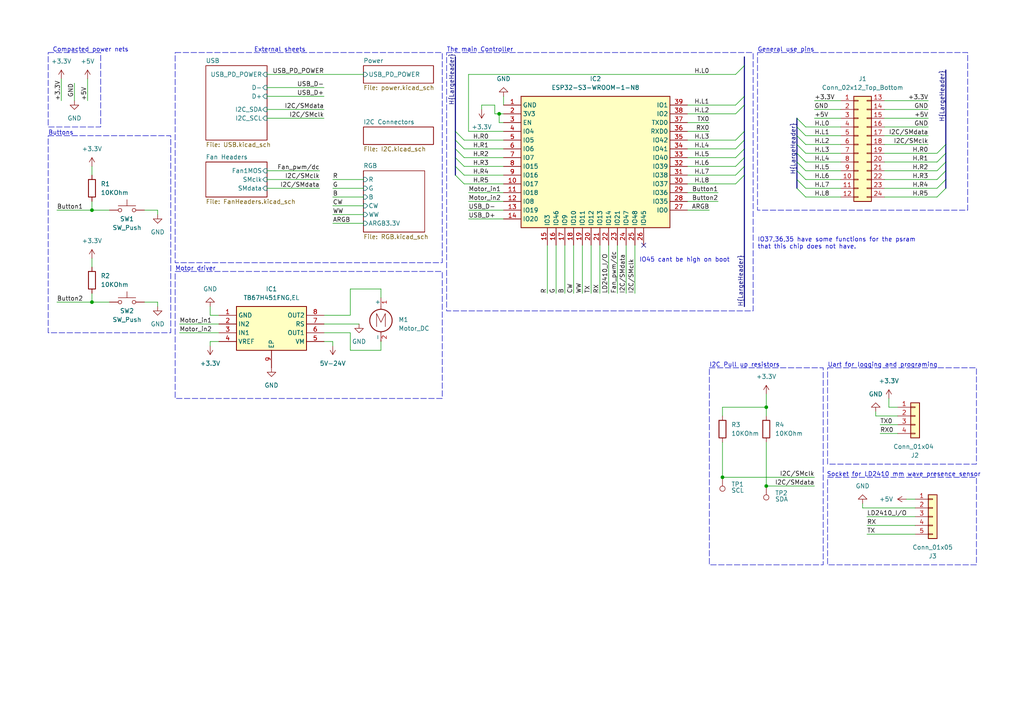
<source format=kicad_sch>
(kicad_sch (version 20230121) (generator eeschema)
  (paper "A4")
  (title_block (title "ESPHome All in One Dev kit"))
  (lib_symbols
    (symbol "ComponentSearch:5V-24V" (power) (pin_names (offset 0))
      (property "Value" "5V-24V" (at 0 3.556 0))
      (symbol "5V-24V_0_1"
        (polyline (pts (xy -0.762 1.27) (xy 0 2.54)))
        (polyline (pts (xy 0 0) (xy 0 2.54)))
        (polyline (pts (xy 0 2.54) (xy 0.762 1.27)))
      )
      (symbol "5V-24V_1_1"
        (pin power_in line (at 0 0 90) (length 0) hide (name "5V-24V") (number "1"))
      )
    )
    (symbol "ComponentSearch:ESP32-S3-WROOM-1-N8"
      (property "Reference" "IC1" (at 16.51 7.62 0))
      (property "Value" "ESP32-S3-WROOM-1-N8" (at 16.51 5.08 0))
      (symbol "ESP32-S3-WROOM-1-N8_1_0"
        (pin passive line (at 0 0 0) (length 2.54) hide (name "GND") (number "40"))
        (pin passive line (at 0 0 0) (length 2.54) hide (name "GND") (number "41"))
        (pin passive line (at 0 0 0) (length 2.54) hide (name "GND") (number "42"))
        (pin passive line (at 0 0 0) (length 2.54) hide (name "GND") (number "43"))
        (pin passive line (at 0 0 0) (length 2.54) hide (name "GND") (number "44"))
        (pin passive line (at 0 0 0) (length 2.54) hide (name "GND") (number "45"))
        (pin passive line (at 0 0 0) (length 2.54) hide (name "GND") (number "46"))
        (pin passive line (at 0 0 0) (length 2.54) hide (name "GND") (number "47"))
        (pin passive line (at 0 0 0) (length 2.54) hide (name "GND") (number "48"))
        (pin passive line (at 0 0 0) (length 2.54) hide (name "GND") (number "49"))
      )
      (symbol "ESP32-S3-WROOM-1-N8_1_1"
        (rectangle (start 5.08 2.54) (end 48.26 -35.56) (stroke (width 0.254)) (fill (type background)))
        (pin power_in line (at 0 0 0) (length 5.08) (name "GND") (number "1"))
        (pin bidirectional line (at 0 -22.86 0) (length 5.08) (name "IO17") (number "10"))
        (pin bidirectional line (at 0 -25.4 0) (length 5.08) (name "IO18") (number "11"))
        (pin bidirectional line (at 0 -27.94 0) (length 5.08) (name "IO8") (number "12"))
        (pin bidirectional line (at 0 -30.48 0) (length 5.08) (name "IO19") (number "13"))
        (pin bidirectional line (at 0 -33.02 0) (length 5.08) (name "IO20") (number "14"))
        (pin bidirectional line (at 12.7 -40.64 90) (length 5.08) (name "IO3") (number "15"))
        (pin bidirectional line (at 15.24 -40.64 90) (length 5.08) (name "IO46") (number "16"))
        (pin bidirectional line (at 17.78 -40.64 90) (length 5.08) (name "IO9") (number "17"))
        (pin bidirectional line (at 20.32 -40.64 90) (length 5.08) (name "IO10") (number "18"))
        (pin bidirectional line (at 22.86 -40.64 90) (length 5.08) (name "IO11") (number "19"))
        (pin power_in line (at 0 -2.54 0) (length 5.08) (name "3V3") (number "2"))
        (pin bidirectional line (at 25.4 -40.64 90) (length 5.08) (name "IO12") (number "20"))
        (pin bidirectional line (at 27.94 -40.64 90) (length 5.08) (name "IO13") (number "21"))
        (pin bidirectional line (at 30.48 -40.64 90) (length 5.08) (name "IO14") (number "22"))
        (pin bidirectional line (at 33.02 -40.64 90) (length 5.08) (name "IO21") (number "23"))
        (pin bidirectional line (at 35.56 -40.64 90) (length 5.08) (name "IO47") (number "24"))
        (pin bidirectional line (at 38.1 -40.64 90) (length 5.08) (name "IO48") (number "25"))
        (pin bidirectional line (at 40.64 -40.64 90) (length 5.08) (name "IO45") (number "26"))
        (pin bidirectional line (at 53.34 -30.48 180) (length 5.08) (name "IO0") (number "27"))
        (pin bidirectional line (at 53.34 -27.94 180) (length 5.08) (name "IO35") (number "28"))
        (pin bidirectional line (at 53.34 -25.4 180) (length 5.08) (name "IO36") (number "29"))
        (pin input line (at 0 -5.08 0) (length 5.08) (name "EN") (number "3"))
        (pin bidirectional line (at 53.34 -22.86 180) (length 5.08) (name "IO37") (number "30"))
        (pin bidirectional line (at 53.34 -20.32 180) (length 5.08) (name "IO38") (number "31"))
        (pin bidirectional line (at 53.34 -17.78 180) (length 5.08) (name "IO39") (number "32"))
        (pin bidirectional line (at 53.34 -15.24 180) (length 5.08) (name "IO40") (number "33"))
        (pin bidirectional line (at 53.34 -12.7 180) (length 5.08) (name "IO41") (number "34"))
        (pin bidirectional line (at 53.34 -10.16 180) (length 5.08) (name "IO42") (number "35"))
        (pin input line (at 53.34 -7.62 180) (length 5.08) (name "RXD0") (number "36"))
        (pin output line (at 53.34 -5.08 180) (length 5.08) (name "TXD0") (number "37"))
        (pin bidirectional line (at 53.34 -2.54 180) (length 5.08) (name "IO2") (number "38"))
        (pin bidirectional line (at 53.34 0 180) (length 5.08) (name "IO1") (number "39"))
        (pin bidirectional line (at 0 -7.62 0) (length 5.08) (name "IO4") (number "4"))
        (pin bidirectional line (at 0 -10.16 0) (length 5.08) (name "IO5") (number "5"))
        (pin bidirectional line (at 0 -12.7 0) (length 5.08) (name "IO6") (number "6"))
        (pin bidirectional line (at 0 -15.24 0) (length 5.08) (name "IO7") (number "7"))
        (pin bidirectional line (at 0 -17.78 0) (length 5.08) (name "IO15") (number "8"))
        (pin bidirectional line (at 0 -20.32 0) (length 5.08) (name "IO16") (number "9"))
      )
    )
    (symbol "ComponentSearch:TB67H451FNG,EL"
      (property "Reference" "IC" (at 26.67 7.62 0))
      (property "Value" "TB67H451FNG,EL" (at 26.67 5.08 0))
      (symbol "TB67H451FNG,EL_1_1"
        (rectangle (start 5.08 2.54) (end 25.4 -10.16) (stroke (width 0.254)) (fill (type background)))
        (pin power_in line (at 0 0 0) (length 5.08) (name "GND") (number "1"))
        (pin input line (at 0 -2.54 0) (length 5.08) (name "IN2") (number "2"))
        (pin input line (at 0 -5.08 0) (length 5.08) (name "IN1") (number "3"))
        (pin input line (at 0 -7.62 0) (length 5.08) (name "VREF") (number "4"))
        (pin power_in line (at 30.48 -7.62 180) (length 5.08) (name "VM") (number "5"))
        (pin output line (at 30.48 -5.08 180) (length 5.08) (name "OUT1") (number "6"))
        (pin passive line (at 30.48 -2.54 180) (length 5.08) (name "RS") (number "7"))
        (pin output line (at 30.48 0 180) (length 5.08) (name "OUT2") (number "8"))
        (pin free line (at 15.24 -15.24 90) (length 5.08) (name "EP") (number "9"))
      )
    )
    (symbol "Connector:TestPoint" (pin_numbers hide) (pin_names (offset 0.762) hide)
      (property "Reference" "TP" (at 0 6.858 0))
      (property "Value" "TestPoint" (at 0 5.08 0))
      (symbol "TestPoint_0_1"
        (circle (center 0 3.302) (radius 0.762))
      )
      (symbol "TestPoint_1_1"
        (pin passive line (at 0 0 90) (length 2.54) (name "1") (number "1"))
      )
    )
    (symbol "Connector_Generic:Conn_01x04" (pin_names (offset 1.016) hide)
      (property "Reference" "J" (at 0 5.08 0))
      (property "Value" "Conn_01x04" (at 0 -7.62 0))
      (symbol "Conn_01x04_1_1"
        (rectangle (start -1.27 -4.953) (end 0 -5.207) (stroke (width 0.1524)))
        (rectangle (start -1.27 -2.413) (end 0 -2.667) (stroke (width 0.1524)))
        (rectangle (start -1.27 0.127) (end 0 -0.127) (stroke (width 0.1524)))
        (rectangle (start -1.27 2.667) (end 0 2.413) (stroke (width 0.1524)))
        (rectangle (start -1.27 3.81) (end 1.27 -6.35) (stroke (width 0.254)) (fill (type background)))
        (pin passive line (at -5.08 2.54 0) (length 3.81) (name "Pin_1") (number "1"))
        (pin passive line (at -5.08 0 0) (length 3.81) (name "Pin_2") (number "2"))
        (pin passive line (at -5.08 -2.54 0) (length 3.81) (name "Pin_3") (number "3"))
        (pin passive line (at -5.08 -5.08 0) (length 3.81) (name "Pin_4") (number "4"))
      )
    )
    (symbol "Connector_Generic:Conn_01x05" (pin_names (offset 1.016) hide)
      (property "Reference" "J" (at 0 7.62 0))
      (property "Value" "Conn_01x05" (at 0 -7.62 0))
      (symbol "Conn_01x05_1_1"
        (rectangle (start -1.27 -4.953) (end 0 -5.207) (stroke (width 0.1524)))
        (rectangle (start -1.27 -2.413) (end 0 -2.667) (stroke (width 0.1524)))
        (rectangle (start -1.27 0.127) (end 0 -0.127) (stroke (width 0.1524)))
        (rectangle (start -1.27 2.667) (end 0 2.413) (stroke (width 0.1524)))
        (rectangle (start -1.27 5.207) (end 0 4.953) (stroke (width 0.1524)))
        (rectangle (start -1.27 6.35) (end 1.27 -6.35) (stroke (width 0.254)) (fill (type background)))
        (pin passive line (at -5.08 5.08 0) (length 3.81) (name "Pin_1") (number "1"))
        (pin passive line (at -5.08 2.54 0) (length 3.81) (name "Pin_2") (number "2"))
        (pin passive line (at -5.08 0 0) (length 3.81) (name "Pin_3") (number "3"))
        (pin passive line (at -5.08 -2.54 0) (length 3.81) (name "Pin_4") (number "4"))
        (pin passive line (at -5.08 -5.08 0) (length 3.81) (name "Pin_5") (number "5"))
      )
    )
    (symbol "Connector_Generic:Conn_02x12_Top_Bottom" (pin_names (offset 1.016) hide)
      (property "Reference" "J" (at 1.27 15.24 0))
      (property "Value" "Conn_02x12_Top_Bottom" (at 1.27 -17.78 0))
      (symbol "Conn_02x12_Top_Bottom_1_1"
        (rectangle (start -1.27 -15.113) (end 0 -15.367) (stroke (width 0.1524)))
        (rectangle (start -1.27 -12.573) (end 0 -12.827) (stroke (width 0.1524)))
        (rectangle (start -1.27 -10.033) (end 0 -10.287) (stroke (width 0.1524)))
        (rectangle (start -1.27 -7.493) (end 0 -7.747) (stroke (width 0.1524)))
        (rectangle (start -1.27 -4.953) (end 0 -5.207) (stroke (width 0.1524)))
        (rectangle (start -1.27 -2.413) (end 0 -2.667) (stroke (width 0.1524)))
        (rectangle (start -1.27 0.127) (end 0 -0.127) (stroke (width 0.1524)))
        (rectangle (start -1.27 2.667) (end 0 2.413) (stroke (width 0.1524)))
        (rectangle (start -1.27 5.207) (end 0 4.953) (stroke (width 0.1524)))
        (rectangle (start -1.27 7.747) (end 0 7.493) (stroke (width 0.1524)))
        (rectangle (start -1.27 10.287) (end 0 10.033) (stroke (width 0.1524)))
        (rectangle (start -1.27 12.827) (end 0 12.573) (stroke (width 0.1524)))
        (rectangle (start -1.27 13.97) (end 3.81 -16.51) (stroke (width 0.254)) (fill (type background)))
        (rectangle (start 3.81 -15.113) (end 2.54 -15.367) (stroke (width 0.1524)))
        (rectangle (start 3.81 -12.573) (end 2.54 -12.827) (stroke (width 0.1524)))
        (rectangle (start 3.81 -10.033) (end 2.54 -10.287) (stroke (width 0.1524)))
        (rectangle (start 3.81 -7.493) (end 2.54 -7.747) (stroke (width 0.1524)))
        (rectangle (start 3.81 -4.953) (end 2.54 -5.207) (stroke (width 0.1524)))
        (rectangle (start 3.81 -2.413) (end 2.54 -2.667) (stroke (width 0.1524)))
        (rectangle (start 3.81 0.127) (end 2.54 -0.127) (stroke (width 0.1524)))
        (rectangle (start 3.81 2.667) (end 2.54 2.413) (stroke (width 0.1524)))
        (rectangle (start 3.81 5.207) (end 2.54 4.953) (stroke (width 0.1524)))
        (rectangle (start 3.81 7.747) (end 2.54 7.493) (stroke (width 0.1524)))
        (rectangle (start 3.81 10.287) (end 2.54 10.033) (stroke (width 0.1524)))
        (rectangle (start 3.81 12.827) (end 2.54 12.573) (stroke (width 0.1524)))
        (pin passive line (at -5.08 12.7 0) (length 3.81) (name "Pin_1") (number "1"))
        (pin passive line (at -5.08 -10.16 0) (length 3.81) (name "Pin_10") (number "10"))
        (pin passive line (at -5.08 -12.7 0) (length 3.81) (name "Pin_11") (number "11"))
        (pin passive line (at -5.08 -15.24 0) (length 3.81) (name "Pin_12") (number "12"))
        (pin passive line (at 7.62 12.7 180) (length 3.81) (name "Pin_13") (number "13"))
        (pin passive line (at 7.62 10.16 180) (length 3.81) (name "Pin_14") (number "14"))
        (pin passive line (at 7.62 7.62 180) (length 3.81) (name "Pin_15") (number "15"))
        (pin passive line (at 7.62 5.08 180) (length 3.81) (name "Pin_16") (number "16"))
        (pin passive line (at 7.62 2.54 180) (length 3.81) (name "Pin_17") (number "17"))
        (pin passive line (at 7.62 0 180) (length 3.81) (name "Pin_18") (number "18"))
        (pin passive line (at 7.62 -2.54 180) (length 3.81) (name "Pin_19") (number "19"))
        (pin passive line (at -5.08 10.16 0) (length 3.81) (name "Pin_2") (number "2"))
        (pin passive line (at 7.62 -5.08 180) (length 3.81) (name "Pin_20") (number "20"))
        (pin passive line (at 7.62 -7.62 180) (length 3.81) (name "Pin_21") (number "21"))
        (pin passive line (at 7.62 -10.16 180) (length 3.81) (name "Pin_22") (number "22"))
        (pin passive line (at 7.62 -12.7 180) (length 3.81) (name "Pin_23") (number "23"))
        (pin passive line (at 7.62 -15.24 180) (length 3.81) (name "Pin_24") (number "24"))
        (pin passive line (at -5.08 7.62 0) (length 3.81) (name "Pin_3") (number "3"))
        (pin passive line (at -5.08 5.08 0) (length 3.81) (name "Pin_4") (number "4"))
        (pin passive line (at -5.08 2.54 0) (length 3.81) (name "Pin_5") (number "5"))
        (pin passive line (at -5.08 0 0) (length 3.81) (name "Pin_6") (number "6"))
        (pin passive line (at -5.08 -2.54 0) (length 3.81) (name "Pin_7") (number "7"))
        (pin passive line (at -5.08 -5.08 0) (length 3.81) (name "Pin_8") (number "8"))
        (pin passive line (at -5.08 -7.62 0) (length 3.81) (name "Pin_9") (number "9"))
      )
    )
    (symbol "Device:R" (pin_numbers hide) (pin_names (offset 0))
      (property "Reference" "R" (at 2.032 0 90))
      (property "Value" "R" (at 0 0 90))
      (symbol "R_0_1"
        (rectangle (start -1.016 -2.54) (end 1.016 2.54) (stroke (width 0.254)))
      )
      (symbol "R_1_1"
        (pin passive line (at 0 3.81 270) (length 1.27) (name "~") (number "1"))
        (pin passive line (at 0 -3.81 90) (length 1.27) (name "~") (number "2"))
      )
    )
    (symbol "Motor:Motor_DC" (pin_names (offset 0))
      (property "Reference" "M" (at 2.54 2.54 0))
      (property "Value" "Motor_DC" (at 2.54 -5.08 0))
      (symbol "Motor_DC_0_0"
        (polyline (pts (xy -1.27 -3.302) (xy -1.27 0.508) (xy 0 -2.032) (xy 1.27 0.508) (xy 1.27 -3.302)))
      )
      (symbol "Motor_DC_0_1"
        (circle (center 0 -1.524) (radius 3.2512) (stroke (width 0.254)))
        (polyline (pts (xy 0 -7.62) (xy 0 -7.112)))
        (polyline (pts (xy 0 -4.7752) (xy 0 -5.1816)))
        (polyline (pts (xy 0 1.7272) (xy 0 2.0828)))
        (polyline (pts (xy 0 2.032) (xy 0 2.54)))
      )
      (symbol "Motor_DC_1_1"
        (pin passive line (at 0 5.08 270) (length 2.54) (name "+") (number "1"))
        (pin passive line (at 0 -7.62 90) (length 2.54) (name "-") (number "2"))
      )
    )
    (symbol "Switch:SW_Push" (pin_numbers hide) (pin_names (offset 1.016) hide)
      (property "Reference" "SW" (at 1.27 2.54 0))
      (property "Value" "SW_Push" (at 0 -1.524 0))
      (symbol "SW_Push_0_1"
        (circle (center -2.032 0) (radius 0.508))
        (polyline (pts (xy 0 1.27) (xy 0 3.048)))
        (polyline (pts (xy 2.54 1.27) (xy -2.54 1.27)))
        (circle (center 2.032 0) (radius 0.508))
        (pin passive line (at -5.08 0 0) (length 2.54) (name "1") (number "1"))
        (pin passive line (at 5.08 0 180) (length 2.54) (name "2") (number "2"))
      )
    )
    (symbol "power:+3.3V" (power) (pin_names (offset 0))
      (property "Value" "+3.3V" (at 0 3.556 0))
      (symbol "+3.3V_0_1"
        (polyline (pts (xy -0.762 1.27) (xy 0 2.54)))
        (polyline (pts (xy 0 0) (xy 0 2.54)))
        (polyline (pts (xy 0 2.54) (xy 0.762 1.27)))
      )
      (symbol "+3.3V_1_1"
        (pin power_in line (at 0 0 90) (length 0) hide (name "+3.3V") (number "1"))
      )
    )
    (symbol "power:+5V" (power) (pin_names (offset 0))
      (property "Value" "+5V" (at 0 3.556 0))
      (symbol "+5V_0_1"
        (polyline (pts (xy -0.762 1.27) (xy 0 2.54)))
        (polyline (pts (xy 0 0) (xy 0 2.54)))
        (polyline (pts (xy 0 2.54) (xy 0.762 1.27)))
      )
      (symbol "+5V_1_1"
        (pin power_in line (at 0 0 90) (length 0) hide (name "+5V") (number "1"))
      )
    )
    (symbol "power:GND" (power) (pin_names (offset 0))
      (property "Value" "GND" (at 0 -3.81 0))
      (symbol "GND_0_1"
        (polyline (pts (xy 0 0) (xy 0 -1.27) (xy 1.27 -1.27) (xy 0 -2.54) (xy -1.27 -1.27) (xy 0 -1.27)))
      )
      (symbol "GND_1_1"
        (pin power_in line (at 0 0 270) (length 0) hide (name "GND") (number "1"))
      )
    )
  )
  (bus_alias "LargeHeader" (members "L0" "L1" "L2" "L3" "L4" "L5" "L6" "L7" "L8" "L9" "R0" "R1" "R2" "R3" "R4" "R5" "R6" "R7"))
  (junction (at 26.67 87.63))
  (junction (at 222.25 140.97))
  (junction (at 144.78 33.02))
  (junction (at 26.67 60.96))
  (junction (at 222.25 118.11))
  (junction (at 209.55 138.43))
  (no_connect (at 186.69 71.12))
  (bus_entry (at 231.14 44.45) (size 2.54 2.54))
  (bus_entry (at 132.08 48.26) (size 2.54 2.54))
  (bus_entry (at 132.08 45.72) (size 2.54 2.54))
  (bus_entry (at 215.9 19.05) (size -2.54 2.54))
  (bus_entry (at 231.14 41.91) (size 2.54 2.54))
  (bus_entry (at 274.32 41.91) (size -2.54 2.54))
  (bus_entry (at 215.9 30.48) (size -2.54 2.54))
  (bus_entry (at 215.9 43.18) (size -2.54 2.54))
  (bus_entry (at 215.9 48.26) (size -2.54 2.54))
  (bus_entry (at 231.14 34.29) (size 2.54 2.54))
  (bus_entry (at 274.32 52.07) (size -2.54 2.54))
  (bus_entry (at 231.14 36.83) (size 2.54 2.54))
  (bus_entry (at 231.14 54.61) (size 2.54 2.54))
  (bus_entry (at 215.9 38.1) (size -2.54 2.54))
  (bus_entry (at 231.14 52.07) (size 2.54 2.54))
  (bus_entry (at 274.32 44.45) (size -2.54 2.54))
  (bus_entry (at 132.08 40.64) (size 2.54 2.54))
  (bus_entry (at 132.08 50.8) (size 2.54 2.54))
  (bus_entry (at 215.9 27.94) (size -2.54 2.54))
  (bus_entry (at 132.08 38.1) (size 2.54 2.54))
  (bus_entry (at 215.9 45.72) (size -2.54 2.54))
  (bus_entry (at 274.32 54.61) (size -2.54 2.54))
  (bus_entry (at 215.9 40.64) (size -2.54 2.54))
  (bus_entry (at 274.32 46.99) (size -2.54 2.54))
  (bus_entry (at 231.14 46.99) (size 2.54 2.54))
  (bus_entry (at 274.32 49.53) (size -2.54 2.54))
  (bus_entry (at 231.14 39.37) (size 2.54 2.54))
  (bus_entry (at 132.08 43.18) (size 2.54 2.54))
  (bus_entry (at 215.9 50.8) (size -2.54 2.54))
  (bus_entry (at 231.14 49.53) (size 2.54 2.54))
  (wire (pts (xy 168.91 71.12) (xy 168.91 85.09)))
  (bus (pts (xy 274.32 46.99) (xy 274.32 49.53)))
  (wire (pts (xy 52.07 93.98) (xy 63.5 93.98)))
  (wire (pts (xy 205.74 35.56) (xy 199.39 35.56)))
  (wire (pts (xy 233.68 36.83) (xy 243.84 36.83)))
  (wire (pts (xy 199.39 58.42) (xy 208.28 58.42)))
  (bus (pts (xy 215.9 19.05) (xy 215.9 27.94)))
  (wire (pts (xy 139.7 30.48) (xy 143.51 30.48)))
  (bus (pts (xy 215.9 50.8) (xy 215.9 88.9)))
  (wire (pts (xy 60.96 99.06) (xy 63.5 99.06)))
  (wire (pts (xy 158.75 71.12) (xy 158.75 85.09)))
  (wire (pts (xy 143.51 30.48) (xy 143.51 33.02)))
  (wire (pts (xy 31.75 87.63) (xy 26.67 87.63)))
  (bus (pts (xy 132.08 40.64) (xy 132.08 43.18)))
  (bus (pts (xy 274.32 49.53) (xy 274.32 52.07)))
  (wire (pts (xy 77.47 34.29) (xy 93.98 34.29)))
  (wire (pts (xy 93.98 91.44) (xy 101.6 91.44)))
  (wire (pts (xy 199.39 60.96) (xy 205.74 60.96)))
  (wire (pts (xy 179.07 71.12) (xy 179.07 85.09)))
  (wire (pts (xy 256.54 57.15) (xy 271.78 57.15)))
  (bus (pts (xy 274.32 41.91) (xy 274.32 44.45)))
  (bus (pts (xy 215.9 43.18) (xy 215.9 45.72)))
  (wire (pts (xy 146.05 27.94) (xy 146.05 30.48)))
  (wire (pts (xy 199.39 48.26) (xy 213.36 48.26)))
  (wire (pts (xy 265.43 152.4) (xy 251.46 152.4)))
  (wire (pts (xy 256.54 54.61) (xy 271.78 54.61)))
  (bus (pts (xy 132.08 38.1) (xy 132.08 40.64)))
  (wire (pts (xy 256.54 36.83) (xy 269.24 36.83)))
  (wire (pts (xy 257.81 118.11) (xy 260.35 118.11)))
  (wire (pts (xy 233.68 46.99) (xy 243.84 46.99)))
  (bus (pts (xy 132.08 43.18) (xy 132.08 45.72)))
  (wire (pts (xy 163.83 71.12) (xy 163.83 85.09)))
  (wire (pts (xy 52.07 96.52) (xy 63.5 96.52)))
  (wire (pts (xy 77.47 31.75) (xy 93.98 31.75)))
  (wire (pts (xy 45.72 87.63) (xy 45.72 88.9)))
  (bus (pts (xy 215.9 40.64) (xy 215.9 43.18)))
  (wire (pts (xy 135.89 55.88) (xy 146.05 55.88)))
  (wire (pts (xy 17.78 22.86) (xy 17.78 29.21)))
  (wire (pts (xy 31.75 60.96) (xy 26.67 60.96)))
  (bus (pts (xy 231.14 49.53) (xy 231.14 52.07)))
  (wire (pts (xy 101.6 101.6) (xy 110.49 101.6)))
  (wire (pts (xy 105.41 62.23) (xy 96.52 62.23)))
  (wire (pts (xy 143.51 33.02) (xy 144.78 33.02)))
  (wire (pts (xy 209.55 138.43) (xy 209.55 128.27)))
  (wire (pts (xy 135.89 38.1) (xy 135.89 21.59)))
  (wire (pts (xy 222.25 114.3) (xy 222.25 118.11)))
  (wire (pts (xy 166.37 71.12) (xy 166.37 85.09)))
  (wire (pts (xy 96.52 99.06) (xy 96.52 100.33)))
  (wire (pts (xy 105.41 54.61) (xy 96.52 54.61)))
  (wire (pts (xy 255.27 123.19) (xy 260.35 123.19)))
  (wire (pts (xy 254 120.65) (xy 260.35 120.65)))
  (wire (pts (xy 139.7 31.75) (xy 139.7 30.48)))
  (bus (pts (xy 231.14 41.91) (xy 231.14 44.45)))
  (bus (pts (xy 231.14 52.07) (xy 231.14 54.61)))
  (bus (pts (xy 274.32 52.07) (xy 274.32 54.61)))
  (wire (pts (xy 256.54 46.99) (xy 271.78 46.99)))
  (wire (pts (xy 60.96 100.33) (xy 60.96 99.06)))
  (wire (pts (xy 256.54 31.75) (xy 269.24 31.75)))
  (bus (pts (xy 231.14 39.37) (xy 231.14 41.91)))
  (wire (pts (xy 135.89 63.5) (xy 146.05 63.5)))
  (wire (pts (xy 45.72 60.96) (xy 45.72 62.23)))
  (wire (pts (xy 199.39 40.64) (xy 213.36 40.64)))
  (wire (pts (xy 255.27 125.73) (xy 260.35 125.73)))
  (wire (pts (xy 265.43 154.94) (xy 251.46 154.94)))
  (bus (pts (xy 215.9 27.94) (xy 215.9 30.48)))
  (wire (pts (xy 21.59 24.13) (xy 21.59 29.21)))
  (wire (pts (xy 146.05 35.56) (xy 144.78 35.56)))
  (wire (pts (xy 233.68 44.45) (xy 243.84 44.45)))
  (wire (pts (xy 105.41 59.69) (xy 96.52 59.69)))
  (wire (pts (xy 256.54 52.07) (xy 271.78 52.07)))
  (wire (pts (xy 233.68 49.53) (xy 243.84 49.53)))
  (wire (pts (xy 236.22 34.29) (xy 243.84 34.29)))
  (wire (pts (xy 26.67 60.96) (xy 26.67 58.42)))
  (wire (pts (xy 41.91 87.63) (xy 45.72 87.63)))
  (bus (pts (xy 215.9 45.72) (xy 215.9 48.26)))
  (wire (pts (xy 101.6 91.44) (xy 101.6 83.82)))
  (wire (pts (xy 135.89 58.42) (xy 146.05 58.42)))
  (wire (pts (xy 209.55 120.65) (xy 209.55 118.11)))
  (wire (pts (xy 233.68 39.37) (xy 243.84 39.37)))
  (wire (pts (xy 199.39 50.8) (xy 213.36 50.8)))
  (bus (pts (xy 215.9 16.51) (xy 215.9 19.05)))
  (wire (pts (xy 60.96 88.9) (xy 60.96 91.44)))
  (wire (pts (xy 233.68 57.15) (xy 243.84 57.15)))
  (bus (pts (xy 132.08 45.72) (xy 132.08 48.26)))
  (wire (pts (xy 110.49 83.82) (xy 110.49 86.36)))
  (wire (pts (xy 173.99 71.12) (xy 173.99 85.09)))
  (wire (pts (xy 176.53 71.12) (xy 176.53 85.09)))
  (bus (pts (xy 231.14 36.83) (xy 231.14 39.37)))
  (wire (pts (xy 26.67 74.93) (xy 26.67 77.47)))
  (wire (pts (xy 269.24 34.29) (xy 256.54 34.29)))
  (wire (pts (xy 60.96 91.44) (xy 63.5 91.44)))
  (wire (pts (xy 110.49 101.6) (xy 110.49 99.06)))
  (bus (pts (xy 231.14 34.29) (xy 231.14 36.83)))
  (wire (pts (xy 105.41 52.07) (xy 96.52 52.07)))
  (wire (pts (xy 77.47 54.61) (xy 92.71 54.61)))
  (bus (pts (xy 231.14 44.45) (xy 231.14 46.99)))
  (wire (pts (xy 26.67 48.26) (xy 26.67 50.8)))
  (wire (pts (xy 93.98 93.98) (xy 104.14 93.98)))
  (bus (pts (xy 215.9 38.1) (xy 215.9 40.64)))
  (wire (pts (xy 256.54 44.45) (xy 271.78 44.45)))
  (wire (pts (xy 256.54 29.21) (xy 269.24 29.21)))
  (wire (pts (xy 265.43 147.32) (xy 250.19 147.32)))
  (wire (pts (xy 199.39 43.18) (xy 213.36 43.18)))
  (wire (pts (xy 256.54 39.37) (xy 269.24 39.37)))
  (wire (pts (xy 184.15 71.12) (xy 184.15 85.09)))
  (wire (pts (xy 233.68 41.91) (xy 243.84 41.91)))
  (wire (pts (xy 134.62 48.26) (xy 146.05 48.26)))
  (wire (pts (xy 250.19 147.32) (xy 250.19 146.05)))
  (wire (pts (xy 77.47 49.53) (xy 92.71 49.53)))
  (wire (pts (xy 144.78 35.56) (xy 144.78 33.02)))
  (wire (pts (xy 77.47 27.94) (xy 93.98 27.94)))
  (wire (pts (xy 236.22 29.21) (xy 243.84 29.21)))
  (wire (pts (xy 25.4 22.86) (xy 25.4 29.21)))
  (wire (pts (xy 256.54 49.53) (xy 271.78 49.53)))
  (wire (pts (xy 41.91 60.96) (xy 45.72 60.96)))
  (wire (pts (xy 205.74 38.1) (xy 199.39 38.1)))
  (wire (pts (xy 199.39 53.34) (xy 213.36 53.34)))
  (wire (pts (xy 77.47 52.07) (xy 92.71 52.07)))
  (wire (pts (xy 105.41 57.15) (xy 96.52 57.15)))
  (wire (pts (xy 209.55 138.43) (xy 236.22 138.43)))
  (wire (pts (xy 199.39 55.88) (xy 208.28 55.88)))
  (wire (pts (xy 16.51 60.96) (xy 26.67 60.96)))
  (wire (pts (xy 233.68 52.07) (xy 243.84 52.07)))
  (wire (pts (xy 265.43 149.86) (xy 251.46 149.86)))
  (wire (pts (xy 233.68 54.61) (xy 243.84 54.61)))
  (wire (pts (xy 254 120.65) (xy 254 119.38)))
  (wire (pts (xy 256.54 41.91) (xy 269.24 41.91)))
  (wire (pts (xy 93.98 99.06) (xy 96.52 99.06)))
  (wire (pts (xy 16.51 87.63) (xy 26.67 87.63)))
  (bus (pts (xy 132.08 16.51) (xy 132.08 38.1)))
  (wire (pts (xy 134.62 50.8) (xy 146.05 50.8)))
  (wire (pts (xy 134.62 53.34) (xy 146.05 53.34)))
  (wire (pts (xy 135.89 21.59) (xy 213.36 21.59)))
  (wire (pts (xy 135.89 60.96) (xy 146.05 60.96)))
  (wire (pts (xy 134.62 40.64) (xy 146.05 40.64)))
  (wire (pts (xy 257.81 118.11) (xy 257.81 115.57)))
  (wire (pts (xy 199.39 33.02) (xy 213.36 33.02)))
  (wire (pts (xy 265.43 144.78) (xy 262.89 144.78)))
  (wire (pts (xy 222.25 140.97) (xy 222.25 128.27)))
  (bus (pts (xy 231.14 46.99) (xy 231.14 49.53)))
  (wire (pts (xy 144.78 33.02) (xy 146.05 33.02)))
  (wire (pts (xy 209.55 118.11) (xy 222.25 118.11)))
  (wire (pts (xy 171.45 71.12) (xy 171.45 85.09)))
  (bus (pts (xy 132.08 48.26) (xy 132.08 50.8)))
  (wire (pts (xy 134.62 43.18) (xy 146.05 43.18)))
  (wire (pts (xy 181.61 71.12) (xy 181.61 85.09)))
  (wire (pts (xy 134.62 45.72) (xy 146.05 45.72)))
  (wire (pts (xy 161.29 71.12) (xy 161.29 85.09)))
  (wire (pts (xy 101.6 96.52) (xy 101.6 101.6)))
  (bus (pts (xy 274.32 20.32) (xy 274.32 41.91)))
  (wire (pts (xy 26.67 87.63) (xy 26.67 85.09)))
  (wire (pts (xy 199.39 45.72) (xy 213.36 45.72)))
  (wire (pts (xy 199.39 30.48) (xy 213.36 30.48)))
  (wire (pts (xy 222.25 118.11) (xy 222.25 120.65)))
  (wire (pts (xy 222.25 140.97) (xy 236.22 140.97)))
  (wire (pts (xy 77.47 21.59) (xy 105.41 21.59)))
  (bus (pts (xy 215.9 30.48) (xy 215.9 38.1)))
  (bus (pts (xy 215.9 48.26) (xy 215.9 50.8)))
  (wire (pts (xy 93.98 96.52) (xy 101.6 96.52)))
  (wire (pts (xy 105.41 64.77) (xy 96.52 64.77)))
  (wire (pts (xy 135.89 38.1) (xy 146.05 38.1)))
  (wire (pts (xy 77.47 25.4) (xy 93.98 25.4)))
  (bus (pts (xy 274.32 44.45) (xy 274.32 46.99)))
  (wire (pts (xy 236.22 31.75) (xy 243.84 31.75)))
  (wire (pts (xy 101.6 83.82) (xy 110.49 83.82)))
  (rectangle (start 129.54 15.24) (end 218.44 90.17) (stroke (width 0) (type dash)))
  (rectangle (start 13.97 15.24) (end 29.21 36.83) (stroke (width 0) (type dash)))
  (rectangle (start 13.97 39.37) (end 49.53 96.52) (stroke (width 0) (type dash)))
  (rectangle (start 240.03 106.68) (end 283.21 134.62) (stroke (width 0) (type dash)))
  (rectangle (start 219.71 15.24) (end 280.67 60.96) (stroke (width 0) (type dash)))
  (rectangle (start 50.8 78.74) (end 128.27 115.57) (stroke (width 0) (type dash)))
  (rectangle (start 240.03 138.43) (end 283.21 163.83) (stroke (width 0) (type dash)))
  (rectangle (start 205.74 106.68) (end 238.76 163.83) (stroke (width 0) (type dash)))
  (rectangle (start 50.8 15.24) (end 128.27 76.2) (stroke (width 0) (type dash)))
  (text "Compacted power nets" (at 15.24 15.24 0) (effects (font (size 1.27 1.27)) (justify left bottom)))
  (text "External sheets" (at 73.66 15.24 0) (effects (font (size 1.27 1.27)) (justify left bottom)))
  (text "Socket for LD2410 mm wave presence sensor" (at 284.48 138.43 0) (effects (font (size 1.27 1.27)) (justify right bottom)))
  (text "General use pins" (at 219.71 15.24 0) (effects (font (size 1.27 1.27)) (justify left bottom)))
  (text "IO45 cant be high on boot" (at 185.42 76.2 0) (effects (font (size 1.27 1.27)) (justify left bottom)))
  (text "The main Controller" (at 129.54 15.24 0) (effects (font (size 1.27 1.27)) (justify left bottom)))
  (text "Uart for logging and programing" (at 240.03 106.68 0) (effects (font (size 1.27 1.27)) (justify left bottom)))
  (text "I2C Pull up resistors" (at 205.74 106.68 0) (effects (font (size 1.27 1.27)) (justify left bottom)))
  (text "IO37,36,35 have some functions for the psram \nthat this chip does not have." (at 219.71 72.39 0) (effects (font (size 1.27 1.27)) (justify left bottom)))
  (text "Buttons" (at 13.97 39.37 0) (effects (font (size 1.27 1.27)) (justify left bottom)))
  (text "Motor driver" (at 50.8 78.74 0) (effects (font (size 1.27 1.27)) (justify left bottom)))
  (label "H{LargeHeader}" (at 231.14 35.56 270))
  (label "USB_D+" (at 93.98 27.94 180))
  (label "Button2" (at 208.28 58.42 180))
  (label "H.L8" (at 205.74 53.34 180))
  (label "I2C{slash}SMclk" (at 92.71 52.07 180))
  (label "Motor_in2" (at 52.07 96.52 0))
  (label "H.L4" (at 205.74 43.18 180))
  (label "+3.3V" (at 17.78 29.21 90))
  (label "H.L3" (at 205.74 40.64 180))
  (label "+3.3V" (at 236.22 29.21 0))
  (label "RX0" (at 205.74 38.1 180))
  (label "H.R3" (at 137.16 48.26 0))
  (label "Button1" (at 16.51 60.96 0))
  (label "USB_D-" (at 93.98 25.4 180))
  (label "ARGB" (at 205.74 60.96 180))
  (label "WW" (at 168.91 85.09 90))
  (label "H.L6" (at 236.22 52.07 0))
  (label "Fan_pwm{slash}dc" (at 179.07 85.09 90))
  (label "H.R2" (at 269.24 49.53 180))
  (label "Motor_in2" (at 135.89 58.42 0))
  (label "H.R5" (at 137.16 53.34 0))
  (label "I2C{slash}SMdata" (at 93.98 31.75 180))
  (label "+5V" (at 236.22 34.29 0))
  (label "H.R4" (at 269.24 54.61 180))
  (label "+5V" (at 269.24 34.29 180))
  (label "H{LargeHeader}" (at 274.32 20.32 270))
  (label "H.L0" (at 236.22 36.83 0))
  (label "H.L7" (at 236.22 54.61 0))
  (label "H{LargeHeader}" (at 132.08 30.48 90))
  (label "USB_D+" (at 135.89 63.5 0))
  (label "GND" (at 236.22 31.75 0))
  (label "Motor_in1" (at 52.07 93.98 0))
  (label "H.R0" (at 269.24 44.45 180))
  (label "TX" (at 251.46 154.94 0))
  (label "H.L1" (at 236.22 39.37 0))
  (label "Button2" (at 16.51 87.63 0))
  (label "GND" (at 269.24 31.75 180))
  (label "LD2410_I{slash}O" (at 251.46 149.86 0))
  (label "H.R3" (at 269.24 52.07 180))
  (label "+5V" (at 25.4 29.21 90))
  (label "Motor_in1" (at 135.89 55.88 0))
  (label "H.R4" (at 137.16 50.8 0))
  (label "TX" (at 171.45 85.09 90))
  (label "H.R5" (at 269.24 57.15 180))
  (label "CW" (at 96.52 59.69 0))
  (label "CW" (at 166.37 85.09 90))
  (label "RX0" (at 255.27 125.73 0))
  (label "TX0" (at 255.27 123.19 0))
  (label "I2C{slash}SMclk" (at 269.24 41.91 180))
  (label "H.L0" (at 205.74 21.59 180))
  (label "H.L5" (at 205.74 45.72 180))
  (label "GND" (at 21.59 24.13 270))
  (label "H.R2" (at 137.16 45.72 0))
  (label "TX0" (at 205.74 35.56 180))
  (label "H.R0" (at 137.16 40.64 0))
  (label "G" (at 96.52 54.61 0))
  (label "I2C{slash}SMclk" (at 236.22 138.43 180))
  (label "H.R1" (at 269.24 46.99 180))
  (label "Button1" (at 208.28 55.88 180))
  (label "LD2410_I{slash}O" (at 176.53 85.09 90))
  (label "USB_D-" (at 135.89 60.96 0))
  (label "H.L4" (at 236.22 46.99 0))
  (label "I2C{slash}SMdata" (at 269.24 39.37 180))
  (label "G" (at 161.29 85.09 90))
  (label "I2C{slash}SMdata" (at 92.71 54.61 180))
  (label "H.L7" (at 205.74 50.8 180))
  (label "H.R1" (at 137.16 43.18 0))
  (label "H.L2" (at 236.22 41.91 0))
  (label "B" (at 96.52 57.15 0))
  (label "I2C{slash}SMclk" (at 184.15 85.09 90))
  (label "I2C{slash}SMdata" (at 236.22 140.97 180))
  (label "Fan_pwm{slash}dc" (at 92.71 49.53 180))
  (label "H.L6" (at 205.74 48.26 180))
  (label "GND" (at 269.24 36.83 180))
  (label "R" (at 158.75 85.09 90))
  (label "I2C{slash}SMclk" (at 93.98 34.29 180))
  (label "H.L2" (at 205.74 33.02 180))
  (label "H.L1" (at 205.74 30.48 180))
  (label "B" (at 163.83 85.09 90))
  (label "ARGB" (at 96.52 64.77 0))
  (label "H.L5" (at 236.22 49.53 0))
  (label "RX" (at 251.46 152.4 0))
  (label "H{LargeHeader}" (at 215.9 88.9 90))
  (label "+3.3V" (at 269.24 29.21 180))
  (label "I2C{slash}SMdata" (at 181.61 85.09 90))
  (label "RX" (at 173.99 85.09 90))
  (label "WW" (at 96.52 62.23 0))
  (label "R" (at 96.52 52.07 0))
  (label "USB_PD_POWER" (at 93.98 21.59 180))
  (label "H.L3" (at 236.22 44.45 0))
  (label "H.L8" (at 236.22 57.15 0))
  (symbol (lib_id "power:+3.3V") (at 222.25 114.3 0) (unit 1)
    (property "Reference" "#PWR015" (effects hide))
    (property "Value" "+3.3V" (at 222.25 109.22 0))
  )
  (symbol (lib_id "Device:R") (at 26.67 54.61 180) (unit 1)
    (property "Reference" "R1" (at 29.21 53.34 0) (effects (justify right)))
    (property "Value" "10KOhm" (at 29.21 55.88 0) (effects (justify right)))
    (property "Footprint" "Resistor_SMD:R_0805_2012Metric" (effects hide))
  )
  (symbol (lib_id "power:GND") (at 45.72 62.23 0) (unit 1)
    (property "Reference" "#PWR06" (effects hide))
    (property "Value" "GND" (at 45.72 67.31 0))
  )
  (symbol (lib_id "ComponentSearch:5V-24V") (at 96.52 100.33 180) (unit 1)
    (property "Reference" "#PWR011" (effects hide))
    (property "Value" "5V-24V" (at 96.52 105.41 0))
  )
  (symbol (lib_id "Device:R") (at 26.67 81.28 180) (unit 1)
    (property "Reference" "R2" (at 29.21 80.01 0) (effects (justify right)))
    (property "Value" "10KOhm" (at 29.21 82.55 0) (effects (justify right)))
    (property "Footprint" "Resistor_SMD:R_0805_2012Metric" (effects hide))
  )
  (symbol (lib_id "Connector:TestPoint") (at 222.25 140.97 180) (unit 1)
    (property "Reference" "TP2" (at 224.79 143.002 0) (effects (justify right)))
    (property "Value" "SDA" (at 224.79 144.78 0) (effects (justify right)))
    (property "Footprint" "TestPoint:TestPoint_Loop_D2.60mm_Drill1.4mm_Beaded" (effects hide))
  )
  (symbol (lib_id "power:GND") (at 146.05 27.94 180) (unit 1)
    (property "Reference" "#PWR014" (effects hide))
    (property "Value" "GND" (at 146.05 22.86 0))
  )
  (symbol (lib_id "Device:R") (at 222.25 124.46 0) (unit 1)
    (property "Reference" "R4" (at 224.79 123.19 0) (effects (justify left)))
    (property "Value" "10KOhm" (at 224.79 125.73 0) (effects (justify left)))
    (property "Footprint" "Resistor_SMD:R_0805_2012Metric" (effects hide))
  )
  (symbol (lib_id "power:+3.3V") (at 26.67 48.26 0) (unit 1)
    (property "Reference" "#PWR04" (effects hide))
    (property "Value" "+3.3V" (at 26.67 43.18 0))
  )
  (symbol (lib_id "power:+3.3V") (at 257.81 115.57 0) (unit 1)
    (property "Reference" "#PWR018" (effects hide))
    (property "Value" "+3.3V" (at 257.81 110.49 0))
  )
  (symbol (lib_id "power:+3.3V") (at 60.96 100.33 180) (unit 1)
    (property "Reference" "#PWR09" (effects hide))
    (property "Value" "+3.3V" (at 60.96 105.41 0))
  )
  (symbol (lib_id "power:GND") (at 104.14 93.98 0) (unit 1)
    (property "Reference" "#PWR012" (effects hide))
    (property "Value" "GND" (at 104.14 99.06 0))
  )
  (symbol (lib_id "Connector_Generic:Conn_02x12_Top_Bottom") (at 248.92 41.91 0) (unit 1)
    (property "Reference" "J1" (at 250.19 22.86 0))
    (property "Value" "Conn_02x12_Top_Bottom" (at 250.19 25.4 0))
    (property "Footprint" "Connector_PinHeader_2.54mm:PinHeader_2x12_P2.54mm_Vertical" (effects hide))
  )
  (symbol (lib_id "Switch:SW_Push") (at 36.83 87.63 0) (unit 1)
    (property "Reference" "SW2" (at 36.83 90.17 0))
    (property "Value" "SW_Push" (at 36.83 92.71 0))
    (property "Footprint" "Button_Switch_THT:SW_PUSH_6mm_H7.3mm" (effects hide))
  )
  (symbol (lib_id "Connector_Generic:Conn_01x05") (at 270.51 149.86 0) (unit 1)
    (property "Reference" "J3" (at 270.51 161.29 0))
    (property "Value" "Conn_01x05" (at 270.51 158.75 0))
    (property "Footprint" "Connector_PinHeader_2.54mm:PinHeader_1x05_P2.54mm_Vertical" (effects hide))
  )
  (symbol (lib_id "ComponentSearch:ESP32-S3-WROOM-1-N8") (at 146.05 30.48 0) (unit 1)
    (property "Reference" "IC2" (at 172.72 22.86 0))
    (property "Value" "ESP32-S3-WROOM-1-N8" (at 172.72 25.4 0))
    (property "Footprint" "ComponentSearch:ESP32S3WROOM1N8R8" (effects hide))
    (property "Datasheet" "https://www.espressif.com/sites/default/files/documentation/esp32-s3-wroom-1_wroom-1u_datasheet_en.pdf" (effects hide))
    (property "Height" "3.25" (effects hide))
    (property "Manufacturer_Name" "Espressif Systems" (effects hide))
    (property "Manufacturer_Part_Number" "ESP32-S3-WROOM-1-N8R8" (effects hide))
    (property "Mouser Part Number" "356-EP32S3WROOM1N8R8" (effects hide))
    (property "Mouser Price/Stock" "https://www.mouser.co.uk/ProductDetail/Espressif-Systems/ESP32-S3-WROOM-1-N8R8?qs=7D1LtPJG0i3%2F28hKFavOpQ%3D%3D" (effects hide))
  )
  (symbol (lib_id "ComponentSearch:TB67H451FNG,EL") (at 63.5 91.44 0) (unit 1)
    (property "Reference" "IC1" (at 78.74 83.82 0))
    (property "Value" "TB67H451FNG,EL" (at 78.74 86.36 0))
    (property "Footprint" "ComponentSearch:SOIC127P600X170-9N" (effects hide))
    (property "Datasheet" "https://www.mouser.it/datasheet/2/408/TB67H451FNG_datasheet_en_20191111-1713881.pdf" (effects hide))
    (property "Height" "1.7" (effects hide))
    (property "Manufacturer_Name" "Toshiba" (effects hide))
    (property "Manufacturer_Part_Number" "TB67H451FNG,EL" (effects hide))
    (property "Mouser Part Number" "757-TB67H451FNGEL" (effects hide))
    (property "Mouser Price/Stock" "https://www.mouser.co.uk/ProductDetail/Toshiba/TB67H451FNGEL?qs=GBLSl2AkirvH3VmaPkXYfg%3D%3D" (effects hide))
    (property "Arrow Part Number" "TB67H451FNG,EL" (effects hide))
    (property "Arrow Price/Stock" "https://www.arrow.com/en/products/tb67h451fngel/toshiba?region=nac" (effects hide))
  )
  (symbol (lib_id "power:+3.3V") (at 17.78 22.86 0) (unit 1)
    (property "Reference" "#PWR01" (effects hide))
    (property "Value" "+3.3V" (at 17.78 17.78 0))
  )
  (symbol (lib_id "power:GND") (at 21.59 29.21 0) (unit 1)
    (property "Reference" "#PWR02" (effects hide))
    (property "Value" "GND" (at 21.59 34.29 0))
  )
  (symbol (lib_id "power:+5V") (at 262.89 144.78 90) (unit 1)
    (property "Reference" "#PWR019" (effects hide))
    (property "Value" "+5V" (at 259.08 144.78 90) (effects (justify left)))
  )
  (symbol (lib_id "power:+3.3V") (at 26.67 74.93 0) (unit 1)
    (property "Reference" "#PWR05" (effects hide))
    (property "Value" "+3.3V" (at 26.67 69.85 0))
  )
  (symbol (lib_id "Connector:TestPoint") (at 209.55 138.43 180) (unit 1)
    (property "Reference" "TP1" (at 212.09 140.462 0) (effects (justify right)))
    (property "Value" "SCL" (at 212.09 142.24 0) (effects (justify right)))
    (property "Footprint" "TestPoint:TestPoint_Loop_D2.60mm_Drill1.4mm_Beaded" (effects hide))
  )
  (symbol (lib_id "power:GND") (at 60.96 88.9 180) (unit 1)
    (property "Reference" "#PWR08" (effects hide))
    (property "Value" "GND" (at 60.96 83.82 0))
  )
  (symbol (lib_id "power:+5V") (at 25.4 22.86 0) (unit 1)
    (property "Reference" "#PWR03" (effects hide))
    (property "Value" "+5V" (at 25.4 17.78 0))
  )
  (symbol (lib_id "Motor:Motor_DC") (at 110.49 91.44 0) (unit 1)
    (property "Reference" "M1" (at 115.57 92.71 0) (effects (justify left)))
    (property "Value" "Motor_DC" (at 115.57 95.25 0) (effects (justify left)))
    (property "Footprint" "Connector_Phoenix_MSTB:PhoenixContact_MSTBA_2,5_2-G-5,08_1x02_P5.08mm_Horizontal" (effects hide))
  )
  (symbol (lib_id "power:+3.3V") (at 139.7 31.75 180) (unit 1)
    (property "Reference" "#PWR013" (effects hide))
    (property "Value" "+3.3V" (at 139.7 36.83 0))
  )
  (symbol (lib_id "power:GND") (at 250.19 146.05 180) (unit 1)
    (property "Reference" "#PWR016" (effects hide))
    (property "Value" "GND" (at 250.19 140.97 0))
  )
  (symbol (lib_id "power:GND") (at 78.74 106.68 0) (unit 1)
    (property "Reference" "#PWR010" (effects hide))
    (property "Value" "GND" (at 78.74 111.76 0))
  )
  (symbol (lib_id "Connector_Generic:Conn_01x04") (at 265.43 120.65 0) (unit 1)
    (property "Reference" "J2" (at 264.16 132.08 0) (effects (justify left)))
    (property "Value" "Conn_01x04" (at 259.08 129.54 0) (effects (justify left)))
    (property "Footprint" "Connector_PinHeader_2.54mm:PinHeader_1x04_P2.54mm_Vertical" (effects hide))
  )
  (symbol (lib_id "Switch:SW_Push") (at 36.83 60.96 0) (unit 1)
    (property "Reference" "SW1" (at 36.83 63.5 0))
    (property "Value" "SW_Push" (at 36.83 66.04 0))
    (property "Footprint" "Button_Switch_THT:SW_PUSH_6mm_H7.3mm" (effects hide))
  )
  (symbol (lib_id "power:GND") (at 45.72 88.9 0) (unit 1)
    (property "Reference" "#PWR07" (effects hide))
    (property "Value" "GND" (at 45.72 93.98 0))
  )
  (symbol (lib_id "power:GND") (at 254 119.38 180) (unit 1)
    (property "Reference" "#PWR017" (effects hide))
    (property "Value" "GND" (at 254 114.3 0))
  )
  (symbol (lib_id "Device:R") (at 209.55 124.46 0) (unit 1)
    (property "Reference" "R3" (at 212.09 123.19 0) (effects (justify left)))
    (property "Value" "10KOhm" (at 212.09 125.73 0) (effects (justify left)))
    (property "Footprint" "Resistor_SMD:R_0805_2012Metric" (effects hide))
  )
  (sheet (at 105.41 36.83) (size 20.32 5.08) (stroke (width 0.1524))
    (property "Sheetname" "I2C Connectors" (at 105.41 36.1184 0) (effects (justify left bottom)))
    (property "Sheetfile" "I2C.kicad_sch" (at 105.41 42.4946 0) (effects (justify left top)))
  )
  (sheet (at 105.41 49.53) (size 17.78 17.78) (stroke (width 0.1524))
    (property "Sheetname" "RGB" (at 105.41 48.8184 0) (effects (justify left bottom)))
    (property "Sheetfile" "RGB.kicad_sch" (at 105.41 67.945 0) (effects (justify left top)))
    (pin "B" input (at 105.41 57.15 180))
    (pin "R" input (at 105.41 52.07 180))
    (pin "CW" input (at 105.41 59.69 180))
    (pin "G" input (at 105.41 54.61 180))
    (pin "WW" input (at 105.41 62.23 180))
    (pin "ARGB3.3V" input (at 105.41 64.77 180))
  )
  (sheet (at 105.41 19.05) (size 20.32 5.08) (stroke (width 0.1524))
    (property "Sheetname" "Power" (at 105.41 18.3384 0) (effects (justify left bottom)))
    (property "Sheetfile" "power.kicad_sch" (at 105.41 24.7146 0) (effects (justify left top)))
    (pin "USB_PD_POWER" input (at 105.41 21.59 180))
  )
  (sheet (at 59.69 46.99) (size 17.78 10.16) (stroke (width 0.1524))
    (property "Sheetname" "Fan Headers" (at 59.69 46.2784 0) (effects (justify left bottom)))
    (property "Sheetfile" "FanHeaders.kicad_sch" (at 59.69 57.7346 0) (effects (justify left top)))
    (pin "SMdata" input (at 77.47 54.61 0))
    (pin "SMclk" input (at 77.47 52.07 0))
    (pin "Fan1MOS" input (at 77.47 49.53 0))
  )
  (sheet (at 59.69 19.05) (size 17.78 21.59) (stroke (width 0.1524))
    (property "Sheetname" "USB" (at 59.69 18.3384 0) (effects (justify left bottom)))
    (property "Sheetfile" "USB.kicad_sch" (at 59.69 41.2246 0) (effects (justify left top)))
    (pin "D+" input (at 77.47 27.94 0))
    (pin "D-" input (at 77.47 25.4 0))
    (pin "USB_PD_POWER" input (at 77.47 21.59 0))
    (pin "I2C_SCL" input (at 77.47 34.29 0))
    (pin "I2C_SDA" input (at 77.47 31.75 0))
  )
)
</source>
